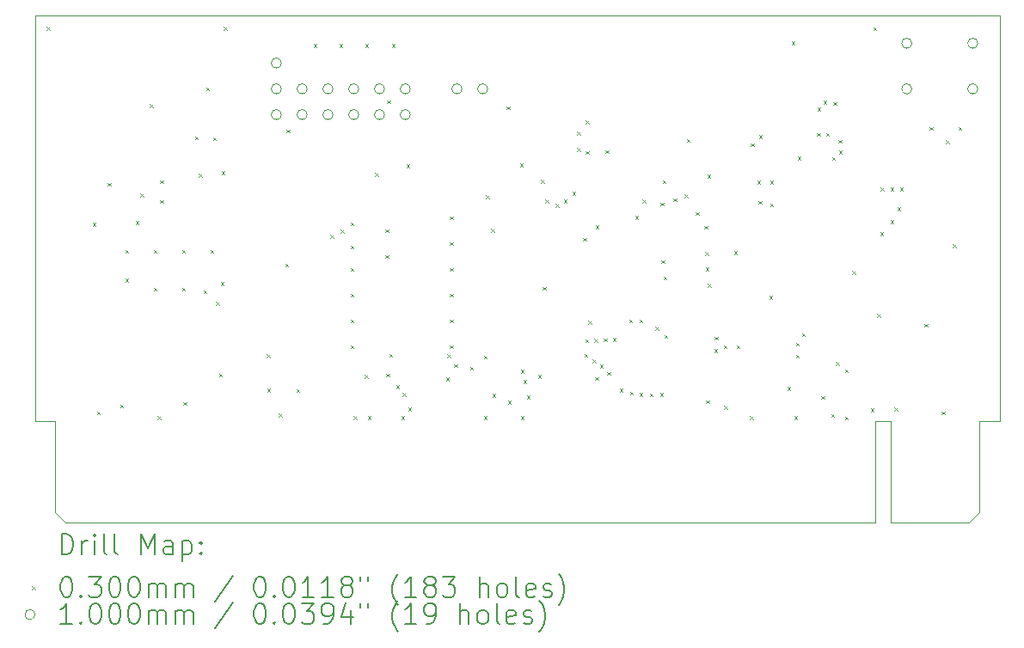
<source format=gbr>
%TF.GenerationSoftware,KiCad,Pcbnew,8.0.5*%
%TF.CreationDate,2024-11-25T10:29:44+11:00*%
%TF.ProjectId,Vic20_FlashCart,56696332-305f-4466-9c61-736843617274,rev?*%
%TF.SameCoordinates,Original*%
%TF.FileFunction,Drillmap*%
%TF.FilePolarity,Positive*%
%FSLAX45Y45*%
G04 Gerber Fmt 4.5, Leading zero omitted, Abs format (unit mm)*
G04 Created by KiCad (PCBNEW 8.0.5) date 2024-11-25 10:29:44*
%MOMM*%
%LPD*%
G01*
G04 APERTURE LIST*
%ADD10C,0.050000*%
%ADD11C,0.200000*%
%ADD12C,0.100000*%
G04 APERTURE END LIST*
D10*
X18100000Y-11400000D02*
X18297500Y-11400000D01*
X9000000Y-11400000D02*
X8802500Y-11400000D01*
X8802500Y-7405000D02*
X18297500Y-7405000D01*
X17225000Y-12400000D02*
X18000000Y-12400000D01*
X18100000Y-12300000D02*
X18000000Y-12400000D01*
X17075000Y-11400000D02*
X17075000Y-12400000D01*
X8802500Y-7405000D02*
X8802500Y-11400000D01*
X9000000Y-12300000D02*
X9000000Y-11400000D01*
X17225000Y-11400000D02*
X17075000Y-11400000D01*
X17075000Y-12400000D02*
X9100000Y-12400000D01*
X18297500Y-11400000D02*
X18297500Y-7405000D01*
X18100000Y-11400000D02*
X18100000Y-12300000D01*
X9100000Y-12400000D02*
X9000000Y-12300000D01*
X17225000Y-12400000D02*
X17225000Y-11400000D01*
D11*
D12*
X8913100Y-7516100D02*
X8943100Y-7546100D01*
X8943100Y-7516100D02*
X8913100Y-7546100D01*
X9367760Y-9449040D02*
X9397760Y-9479040D01*
X9397760Y-9449040D02*
X9367760Y-9479040D01*
X9410800Y-11305780D02*
X9440800Y-11335780D01*
X9440800Y-11305780D02*
X9410800Y-11335780D01*
X9515080Y-9052800D02*
X9545080Y-9082800D01*
X9545080Y-9052800D02*
X9515080Y-9082800D01*
X9637000Y-11237200D02*
X9667000Y-11267200D01*
X9667000Y-11237200D02*
X9637000Y-11267200D01*
X9687800Y-9713200D02*
X9717800Y-9743200D01*
X9717800Y-9713200D02*
X9687800Y-9743200D01*
X9687800Y-9999400D02*
X9717800Y-10029400D01*
X9717800Y-9999400D02*
X9687800Y-10029400D01*
X9791940Y-9428720D02*
X9821940Y-9458720D01*
X9821940Y-9428720D02*
X9791940Y-9458720D01*
X9834875Y-9160980D02*
X9864875Y-9190980D01*
X9864875Y-9160980D02*
X9834875Y-9190980D01*
X9931640Y-8280640D02*
X9961640Y-8310640D01*
X9961640Y-8280640D02*
X9931640Y-8310640D01*
X9967200Y-9713200D02*
X9997200Y-9743200D01*
X9997200Y-9713200D02*
X9967200Y-9743200D01*
X9967200Y-10085500D02*
X9997200Y-10115500D01*
X9997200Y-10085500D02*
X9967200Y-10115500D01*
X10005300Y-11351500D02*
X10035300Y-11381500D01*
X10035300Y-11351500D02*
X10005300Y-11381500D01*
X10030700Y-9026400D02*
X10060700Y-9056400D01*
X10060700Y-9026400D02*
X10030700Y-9056400D01*
X10030700Y-9221900D02*
X10060700Y-9251900D01*
X10060700Y-9221900D02*
X10030700Y-9251900D01*
X10246600Y-9713200D02*
X10276600Y-9743200D01*
X10276600Y-9713200D02*
X10246600Y-9743200D01*
X10246600Y-10085500D02*
X10276600Y-10115500D01*
X10276600Y-10085500D02*
X10246600Y-10115500D01*
X10259300Y-11211800D02*
X10289300Y-11241800D01*
X10289300Y-11211800D02*
X10259300Y-11241800D01*
X10373600Y-8595600D02*
X10403600Y-8625600D01*
X10403600Y-8595600D02*
X10373600Y-8625600D01*
X10411700Y-8966400D02*
X10441700Y-8996400D01*
X10441700Y-8966400D02*
X10411700Y-8996400D01*
X10459220Y-10110180D02*
X10489220Y-10140180D01*
X10489220Y-10110180D02*
X10459220Y-10140180D01*
X10485360Y-8113000D02*
X10515360Y-8143000D01*
X10515360Y-8113000D02*
X10485360Y-8143000D01*
X10526000Y-9713200D02*
X10556000Y-9743200D01*
X10556000Y-9713200D02*
X10526000Y-9743200D01*
X10551400Y-8603220D02*
X10581400Y-8633220D01*
X10581400Y-8603220D02*
X10551400Y-8633220D01*
X10581880Y-10226280D02*
X10611880Y-10256280D01*
X10611880Y-10226280D02*
X10581880Y-10256280D01*
X10612360Y-10932400D02*
X10642360Y-10962400D01*
X10642360Y-10932400D02*
X10612360Y-10962400D01*
X10627600Y-10030700D02*
X10657600Y-10060700D01*
X10657600Y-10030700D02*
X10627600Y-10060700D01*
X10637760Y-8941040D02*
X10667760Y-8971040D01*
X10667760Y-8941040D02*
X10637760Y-8971040D01*
X10658080Y-7518640D02*
X10688080Y-7548640D01*
X10688080Y-7518640D02*
X10658080Y-7548640D01*
X11079200Y-10744440D02*
X11109200Y-10774440D01*
X11109200Y-10744440D02*
X11079200Y-10774440D01*
X11084800Y-11082260D02*
X11114800Y-11112260D01*
X11114800Y-11082260D02*
X11084800Y-11112260D01*
X11201640Y-11326100D02*
X11231640Y-11356100D01*
X11231640Y-11326100D02*
X11201640Y-11356100D01*
X11262600Y-9849840D02*
X11292600Y-9879840D01*
X11292600Y-9849840D02*
X11262600Y-9879840D01*
X11275300Y-8529560D02*
X11305300Y-8559560D01*
X11305300Y-8529560D02*
X11275300Y-8559560D01*
X11374360Y-11084800D02*
X11404360Y-11114800D01*
X11404360Y-11084800D02*
X11374360Y-11114800D01*
X11541674Y-7687600D02*
X11571674Y-7717600D01*
X11571674Y-7687600D02*
X11541674Y-7717600D01*
X11707100Y-9566960D02*
X11737100Y-9596960D01*
X11737100Y-9566960D02*
X11707100Y-9596960D01*
X11795674Y-7687600D02*
X11825674Y-7717600D01*
X11825674Y-7687600D02*
X11795674Y-7717600D01*
X11807960Y-9514340D02*
X11837960Y-9544340D01*
X11837960Y-9514340D02*
X11807960Y-9544340D01*
X11906490Y-9441420D02*
X11936490Y-9471420D01*
X11936490Y-9441420D02*
X11906490Y-9471420D01*
X11906490Y-9892270D02*
X11936490Y-9922270D01*
X11936490Y-9892270D02*
X11906490Y-9922270D01*
X11906490Y-10146270D02*
X11936490Y-10176270D01*
X11936490Y-10146270D02*
X11906490Y-10176270D01*
X11906490Y-10400270D02*
X11936490Y-10430270D01*
X11936490Y-10400270D02*
X11906490Y-10430270D01*
X11906490Y-10654270D02*
X11936490Y-10684270D01*
X11936490Y-10654270D02*
X11906490Y-10684270D01*
X11907960Y-9672360D02*
X11937960Y-9702360D01*
X11937960Y-9672360D02*
X11907960Y-9702360D01*
X11935700Y-11351500D02*
X11965700Y-11381500D01*
X11965700Y-11351500D02*
X11935700Y-11381500D01*
X12046000Y-10945100D02*
X12076000Y-10975100D01*
X12076000Y-10945100D02*
X12046000Y-10975100D01*
X12049674Y-7687600D02*
X12079674Y-7717600D01*
X12079674Y-7687600D02*
X12049674Y-7717600D01*
X12075400Y-11351500D02*
X12105400Y-11381500D01*
X12105400Y-11351500D02*
X12075400Y-11381500D01*
X12149060Y-8956280D02*
X12179060Y-8986280D01*
X12179060Y-8956280D02*
X12149060Y-8986280D01*
X12249390Y-9511270D02*
X12279390Y-9541270D01*
X12279390Y-9511270D02*
X12249390Y-9541270D01*
X12249390Y-9765270D02*
X12279390Y-9795270D01*
X12279390Y-9765270D02*
X12249390Y-9795270D01*
X12258205Y-10931415D02*
X12288205Y-10961415D01*
X12288205Y-10931415D02*
X12258205Y-10961415D01*
X12265900Y-8240000D02*
X12295900Y-8270000D01*
X12295900Y-8240000D02*
X12265900Y-8270000D01*
X12287490Y-10736820D02*
X12317490Y-10766820D01*
X12317490Y-10736820D02*
X12287490Y-10766820D01*
X12313834Y-7685628D02*
X12343834Y-7715628D01*
X12343834Y-7685628D02*
X12313834Y-7715628D01*
X12354800Y-11046700D02*
X12384800Y-11076700D01*
X12384800Y-11046700D02*
X12354800Y-11076700D01*
X12405600Y-11351500D02*
X12435600Y-11381500D01*
X12435600Y-11351500D02*
X12405600Y-11381500D01*
X12420840Y-11122900D02*
X12450840Y-11152900D01*
X12450840Y-11122900D02*
X12420840Y-11152900D01*
X12458940Y-8872460D02*
X12488940Y-8902460D01*
X12488940Y-8872460D02*
X12458940Y-8902460D01*
X12474180Y-11267680D02*
X12504180Y-11297680D01*
X12504180Y-11267680D02*
X12474180Y-11297680D01*
X12848620Y-10971980D02*
X12878620Y-11001980D01*
X12878620Y-10971980D02*
X12848620Y-11001980D01*
X12857720Y-10741900D02*
X12887720Y-10771900D01*
X12887720Y-10741900D02*
X12857720Y-10771900D01*
X12884390Y-9384270D02*
X12914390Y-9414270D01*
X12914390Y-9384270D02*
X12884390Y-9414270D01*
X12884390Y-9638270D02*
X12914390Y-9668270D01*
X12914390Y-9638270D02*
X12884390Y-9668270D01*
X12884390Y-9892270D02*
X12914390Y-9922270D01*
X12914390Y-9892270D02*
X12884390Y-9922270D01*
X12884390Y-10146270D02*
X12914390Y-10176270D01*
X12914390Y-10146270D02*
X12884390Y-10176270D01*
X12884390Y-10400270D02*
X12914390Y-10430270D01*
X12914390Y-10400270D02*
X12884390Y-10430270D01*
X12884390Y-10654270D02*
X12914390Y-10684270D01*
X12914390Y-10654270D02*
X12884390Y-10684270D01*
X12925220Y-10838420D02*
X12955220Y-10868420D01*
X12955220Y-10838420D02*
X12925220Y-10868420D01*
X13083780Y-10866360D02*
X13113780Y-10896360D01*
X13113780Y-10866360D02*
X13083780Y-10896360D01*
X13218400Y-11351500D02*
X13248400Y-11381500D01*
X13248400Y-11351500D02*
X13218400Y-11381500D01*
X13218770Y-10756770D02*
X13248770Y-10786770D01*
X13248770Y-10756770D02*
X13218770Y-10786770D01*
X13241260Y-9177260D02*
X13271260Y-9207260D01*
X13271260Y-9177260D02*
X13241260Y-9207260D01*
X13293330Y-9508730D02*
X13323330Y-9538730D01*
X13323330Y-9508730D02*
X13293330Y-9538730D01*
X13302220Y-11134140D02*
X13332220Y-11164140D01*
X13332220Y-11134140D02*
X13302220Y-11164140D01*
X13443850Y-8299030D02*
X13473850Y-8329030D01*
X13473850Y-8299030D02*
X13443850Y-8329030D01*
X13454620Y-11200180D02*
X13484620Y-11230180D01*
X13484620Y-11200180D02*
X13454620Y-11230180D01*
X13576540Y-8864840D02*
X13606540Y-8894840D01*
X13606540Y-8864840D02*
X13576540Y-8894840D01*
X13584160Y-10896840D02*
X13614160Y-10926840D01*
X13614160Y-10896840D02*
X13584160Y-10926840D01*
X13584160Y-11351500D02*
X13614160Y-11381500D01*
X13614160Y-11351500D02*
X13584160Y-11381500D01*
X13609560Y-10995900D02*
X13639560Y-11025900D01*
X13639560Y-10995900D02*
X13609560Y-11025900D01*
X13642580Y-11150840D02*
X13672580Y-11180840D01*
X13672580Y-11150840D02*
X13642580Y-11180840D01*
X13754340Y-10947640D02*
X13784340Y-10977640D01*
X13784340Y-10947640D02*
X13754340Y-10977640D01*
X13782280Y-9022320D02*
X13812280Y-9052320D01*
X13812280Y-9022320D02*
X13782280Y-9052320D01*
X13800060Y-10078960D02*
X13830060Y-10108960D01*
X13830060Y-10078960D02*
X13800060Y-10108960D01*
X13825598Y-9220440D02*
X13855598Y-9250440D01*
X13855598Y-9220440D02*
X13825598Y-9250440D01*
X13926758Y-9262160D02*
X13956758Y-9292160D01*
X13956758Y-9262160D02*
X13926758Y-9292160D01*
X14006626Y-9220675D02*
X14036626Y-9250675D01*
X14036626Y-9220675D02*
X14006626Y-9250675D01*
X14091368Y-9141170D02*
X14121368Y-9171170D01*
X14121368Y-9141170D02*
X14091368Y-9171170D01*
X14138320Y-8550180D02*
X14168320Y-8580180D01*
X14168320Y-8550180D02*
X14138320Y-8580180D01*
X14138320Y-8710300D02*
X14168320Y-8740300D01*
X14168320Y-8710300D02*
X14138320Y-8740300D01*
X14198840Y-9595980D02*
X14228840Y-9625980D01*
X14228840Y-9595980D02*
X14198840Y-9625980D01*
X14209000Y-10739360D02*
X14239000Y-10769360D01*
X14239000Y-10739360D02*
X14209000Y-10769360D01*
X14218584Y-10592774D02*
X14248584Y-10622774D01*
X14248584Y-10592774D02*
X14218584Y-10622774D01*
X14222440Y-8439644D02*
X14252440Y-8469644D01*
X14252440Y-8439644D02*
X14222440Y-8469644D01*
X14223409Y-8739625D02*
X14253409Y-8769625D01*
X14253409Y-8739625D02*
X14223409Y-8769625D01*
X14245968Y-10410540D02*
X14275968Y-10440540D01*
X14275968Y-10410540D02*
X14245968Y-10440540D01*
X14292220Y-10791806D02*
X14322220Y-10821806D01*
X14322220Y-10791806D02*
X14292220Y-10821806D01*
X14308688Y-10592380D02*
X14338688Y-10622380D01*
X14338688Y-10592380D02*
X14308688Y-10622380D01*
X14315680Y-10967960D02*
X14345680Y-10997960D01*
X14345680Y-10967960D02*
X14315680Y-10997960D01*
X14320760Y-9471900D02*
X14350760Y-9501900D01*
X14350760Y-9471900D02*
X14320760Y-9501900D01*
X14364044Y-10846040D02*
X14394044Y-10876040D01*
X14394044Y-10846040D02*
X14364044Y-10876040D01*
X14398462Y-10585993D02*
X14428462Y-10615993D01*
X14428462Y-10585993D02*
X14398462Y-10615993D01*
X14415180Y-8733060D02*
X14445180Y-8763060D01*
X14445180Y-8733060D02*
X14415180Y-8763060D01*
X14433928Y-10914620D02*
X14463928Y-10944620D01*
X14463928Y-10914620D02*
X14433928Y-10944620D01*
X14489808Y-10581880D02*
X14519808Y-10611880D01*
X14519808Y-10581880D02*
X14489808Y-10611880D01*
X14556980Y-11083340D02*
X14586980Y-11113340D01*
X14586980Y-11083340D02*
X14556980Y-11113340D01*
X14650960Y-10401540D02*
X14680960Y-10431540D01*
X14680960Y-10401540D02*
X14650960Y-10431540D01*
X14658580Y-11112740D02*
X14688580Y-11142740D01*
X14688580Y-11112740D02*
X14658580Y-11142740D01*
X14709475Y-9380365D02*
X14739475Y-9410365D01*
X14739475Y-9380365D02*
X14709475Y-9410365D01*
X14750020Y-11125440D02*
X14780020Y-11155440D01*
X14780020Y-11125440D02*
X14750020Y-11155440D01*
X14752560Y-10399000D02*
X14782560Y-10429000D01*
X14782560Y-10399000D02*
X14752560Y-10429000D01*
X14783040Y-9220440D02*
X14813040Y-9250440D01*
X14813040Y-9220440D02*
X14783040Y-9250440D01*
X14854160Y-11127980D02*
X14884160Y-11157980D01*
X14884160Y-11127980D02*
X14854160Y-11157980D01*
X14906420Y-10470120D02*
X14936420Y-10500120D01*
X14936420Y-10470120D02*
X14906420Y-10500120D01*
X14953680Y-11122900D02*
X14983680Y-11152900D01*
X14983680Y-11122900D02*
X14953680Y-11152900D01*
X14958880Y-9247800D02*
X14988880Y-9277800D01*
X14988880Y-9247800D02*
X14958880Y-9277800D01*
X14965920Y-9814800D02*
X14995920Y-9844800D01*
X14995920Y-9814800D02*
X14965920Y-9844800D01*
X14981160Y-9027400D02*
X15011160Y-9057400D01*
X15011160Y-9027400D02*
X14981160Y-9057400D01*
X14988780Y-9974820D02*
X15018780Y-10004820D01*
X15018780Y-9974820D02*
X14988780Y-10004820D01*
X14996400Y-10551400D02*
X15026400Y-10581400D01*
X15026400Y-10551400D02*
X14996400Y-10581400D01*
X15085300Y-9204120D02*
X15115300Y-9234120D01*
X15115300Y-9204120D02*
X15085300Y-9234120D01*
X15197060Y-9166020D02*
X15227060Y-9196020D01*
X15227060Y-9166020D02*
X15197060Y-9196020D01*
X15217380Y-8623540D02*
X15247380Y-8653540D01*
X15247380Y-8623540D02*
X15217380Y-8653540D01*
X15305200Y-9341520D02*
X15335200Y-9371520D01*
X15335200Y-9341520D02*
X15305200Y-9371520D01*
X15390100Y-9476520D02*
X15420100Y-9506520D01*
X15420100Y-9476520D02*
X15390100Y-9506520D01*
X15397720Y-9733520D02*
X15427720Y-9763520D01*
X15427720Y-9733520D02*
X15397720Y-9763520D01*
X15402800Y-9888460D02*
X15432800Y-9918460D01*
X15432800Y-9888460D02*
X15402800Y-9918460D01*
X15407880Y-11194020D02*
X15437880Y-11224020D01*
X15437880Y-11194020D02*
X15407880Y-11224020D01*
X15420580Y-8974060D02*
X15450580Y-9004060D01*
X15450580Y-8974060D02*
X15420580Y-9004060D01*
X15426930Y-10049750D02*
X15456930Y-10079750D01*
X15456930Y-10049750D02*
X15426930Y-10079750D01*
X15489970Y-10692830D02*
X15519970Y-10722830D01*
X15519970Y-10692830D02*
X15489970Y-10722830D01*
X15494219Y-10568140D02*
X15524219Y-10598140D01*
X15524219Y-10568140D02*
X15494219Y-10598140D01*
X15582520Y-10652380D02*
X15612520Y-10682380D01*
X15612520Y-10652380D02*
X15582520Y-10682380D01*
X15584410Y-11251170D02*
X15614410Y-11281170D01*
X15614410Y-11251170D02*
X15584410Y-11281170D01*
X15684740Y-9725900D02*
X15714740Y-9755900D01*
X15714740Y-9725900D02*
X15684740Y-9755900D01*
X15707600Y-10652380D02*
X15737600Y-10682380D01*
X15737600Y-10652380D02*
X15707600Y-10682380D01*
X15838825Y-11352790D02*
X15868825Y-11382790D01*
X15868825Y-11352790D02*
X15838825Y-11382790D01*
X15847300Y-8663020D02*
X15877300Y-8693020D01*
X15877300Y-8663020D02*
X15847300Y-8693020D01*
X15910262Y-9032894D02*
X15940262Y-9062894D01*
X15940262Y-9032894D02*
X15910262Y-9062894D01*
X15923500Y-9230520D02*
X15953500Y-9260520D01*
X15953500Y-9230520D02*
X15923500Y-9260520D01*
X15928580Y-8581740D02*
X15958580Y-8611740D01*
X15958580Y-8581740D02*
X15928580Y-8611740D01*
X16030180Y-10166700D02*
X16060180Y-10196700D01*
X16060180Y-10166700D02*
X16030180Y-10196700D01*
X16037262Y-9032894D02*
X16067262Y-9062894D01*
X16067262Y-9032894D02*
X16037262Y-9062894D01*
X16037800Y-9257894D02*
X16067800Y-9287894D01*
X16067800Y-9257894D02*
X16037800Y-9287894D01*
X16207876Y-11065155D02*
X16237876Y-11095155D01*
X16237876Y-11065155D02*
X16207876Y-11095155D01*
X16251160Y-7660880D02*
X16281160Y-7690880D01*
X16281160Y-7660880D02*
X16251160Y-7690880D01*
X16276560Y-11354247D02*
X16306560Y-11384247D01*
X16306560Y-11354247D02*
X16276560Y-11384247D01*
X16292540Y-10748780D02*
X16322540Y-10778780D01*
X16322540Y-10748780D02*
X16292540Y-10778780D01*
X16294340Y-10630140D02*
X16324340Y-10660140D01*
X16324340Y-10630140D02*
X16294340Y-10660140D01*
X16308300Y-8795100D02*
X16338300Y-8825100D01*
X16338300Y-8795100D02*
X16308300Y-8825100D01*
X16350220Y-10536160D02*
X16380220Y-10566160D01*
X16380220Y-10536160D02*
X16350220Y-10566160D01*
X16500080Y-8561120D02*
X16530080Y-8591120D01*
X16530080Y-8561120D02*
X16500080Y-8591120D01*
X16505160Y-8313660D02*
X16535160Y-8343660D01*
X16535160Y-8313660D02*
X16505160Y-8343660D01*
X16540720Y-11152300D02*
X16570720Y-11182300D01*
X16570720Y-11152300D02*
X16540720Y-11182300D01*
X16562011Y-8243889D02*
X16592011Y-8273889D01*
X16592011Y-8243889D02*
X16562011Y-8273889D01*
X16590080Y-8561120D02*
X16620080Y-8591120D01*
X16620080Y-8561120D02*
X16590080Y-8591120D01*
X16641692Y-11330100D02*
X16671692Y-11360100D01*
X16671692Y-11330100D02*
X16641692Y-11360100D01*
X16647400Y-8801340D02*
X16677400Y-8831340D01*
X16677400Y-8801340D02*
X16647400Y-8831340D01*
X16660100Y-8256320D02*
X16690100Y-8286320D01*
X16690100Y-8256320D02*
X16660100Y-8286320D01*
X16688040Y-10818100D02*
X16718040Y-10848100D01*
X16718040Y-10818100D02*
X16688040Y-10848100D01*
X16710900Y-8631160D02*
X16740900Y-8661160D01*
X16740900Y-8631160D02*
X16710900Y-8661160D01*
X16714964Y-8736380D02*
X16744964Y-8766380D01*
X16744964Y-8736380D02*
X16714964Y-8766380D01*
X16774400Y-10891760D02*
X16804400Y-10921760D01*
X16804400Y-10891760D02*
X16774400Y-10921760D01*
X16776940Y-11356580D02*
X16806940Y-11386580D01*
X16806940Y-11356580D02*
X16776940Y-11386580D01*
X16847914Y-9922714D02*
X16877914Y-9952714D01*
X16877914Y-9922714D02*
X16847914Y-9952714D01*
X17030940Y-11275300D02*
X17060940Y-11305300D01*
X17060940Y-11275300D02*
X17030940Y-11305300D01*
X17053800Y-7521180D02*
X17083800Y-7551180D01*
X17083800Y-7521180D02*
X17053800Y-7551180D01*
X17092460Y-10344500D02*
X17122460Y-10374500D01*
X17122460Y-10344500D02*
X17092460Y-10374500D01*
X17122380Y-9542149D02*
X17152380Y-9572149D01*
X17152380Y-9542149D02*
X17122380Y-9572149D01*
X17127460Y-9099900D02*
X17157460Y-9129900D01*
X17157460Y-9099900D02*
X17127460Y-9129900D01*
X17223980Y-9099900D02*
X17253980Y-9129900D01*
X17253980Y-9099900D02*
X17223980Y-9129900D01*
X17223980Y-9420020D02*
X17253980Y-9450020D01*
X17253980Y-9420020D02*
X17223980Y-9450020D01*
X17263300Y-11267680D02*
X17293300Y-11297680D01*
X17293300Y-11267680D02*
X17263300Y-11297680D01*
X17291480Y-9293020D02*
X17321480Y-9323020D01*
X17321480Y-9293020D02*
X17291480Y-9323020D01*
X17316707Y-9099900D02*
X17346707Y-9129900D01*
X17346707Y-9099900D02*
X17316707Y-9129900D01*
X17556555Y-10441122D02*
X17586555Y-10471122D01*
X17586555Y-10441122D02*
X17556555Y-10471122D01*
X17607520Y-8504160D02*
X17637520Y-8534160D01*
X17637520Y-8504160D02*
X17607520Y-8534160D01*
X17726800Y-11305780D02*
X17756800Y-11335780D01*
X17756800Y-11305780D02*
X17726800Y-11335780D01*
X17770080Y-8632540D02*
X17800080Y-8662540D01*
X17800080Y-8632540D02*
X17770080Y-8662540D01*
X17838660Y-9657320D02*
X17868660Y-9687320D01*
X17868660Y-9657320D02*
X17838660Y-9687320D01*
X17892000Y-8504160D02*
X17922000Y-8534160D01*
X17922000Y-8504160D02*
X17892000Y-8534160D01*
X11226000Y-7874000D02*
G75*
G02*
X11126000Y-7874000I-50000J0D01*
G01*
X11126000Y-7874000D02*
G75*
G02*
X11226000Y-7874000I50000J0D01*
G01*
X11226000Y-8128000D02*
G75*
G02*
X11126000Y-8128000I-50000J0D01*
G01*
X11126000Y-8128000D02*
G75*
G02*
X11226000Y-8128000I50000J0D01*
G01*
X11226000Y-8382000D02*
G75*
G02*
X11126000Y-8382000I-50000J0D01*
G01*
X11126000Y-8382000D02*
G75*
G02*
X11226000Y-8382000I50000J0D01*
G01*
X11480000Y-8128000D02*
G75*
G02*
X11380000Y-8128000I-50000J0D01*
G01*
X11380000Y-8128000D02*
G75*
G02*
X11480000Y-8128000I50000J0D01*
G01*
X11480000Y-8382000D02*
G75*
G02*
X11380000Y-8382000I-50000J0D01*
G01*
X11380000Y-8382000D02*
G75*
G02*
X11480000Y-8382000I50000J0D01*
G01*
X11734000Y-8128000D02*
G75*
G02*
X11634000Y-8128000I-50000J0D01*
G01*
X11634000Y-8128000D02*
G75*
G02*
X11734000Y-8128000I50000J0D01*
G01*
X11734000Y-8382000D02*
G75*
G02*
X11634000Y-8382000I-50000J0D01*
G01*
X11634000Y-8382000D02*
G75*
G02*
X11734000Y-8382000I50000J0D01*
G01*
X11988000Y-8128000D02*
G75*
G02*
X11888000Y-8128000I-50000J0D01*
G01*
X11888000Y-8128000D02*
G75*
G02*
X11988000Y-8128000I50000J0D01*
G01*
X11988000Y-8382000D02*
G75*
G02*
X11888000Y-8382000I-50000J0D01*
G01*
X11888000Y-8382000D02*
G75*
G02*
X11988000Y-8382000I50000J0D01*
G01*
X12242000Y-8128000D02*
G75*
G02*
X12142000Y-8128000I-50000J0D01*
G01*
X12142000Y-8128000D02*
G75*
G02*
X12242000Y-8128000I50000J0D01*
G01*
X12242000Y-8382000D02*
G75*
G02*
X12142000Y-8382000I-50000J0D01*
G01*
X12142000Y-8382000D02*
G75*
G02*
X12242000Y-8382000I50000J0D01*
G01*
X12496000Y-8128000D02*
G75*
G02*
X12396000Y-8128000I-50000J0D01*
G01*
X12396000Y-8128000D02*
G75*
G02*
X12496000Y-8128000I50000J0D01*
G01*
X12496000Y-8382000D02*
G75*
G02*
X12396000Y-8382000I-50000J0D01*
G01*
X12396000Y-8382000D02*
G75*
G02*
X12496000Y-8382000I50000J0D01*
G01*
X13004000Y-8128000D02*
G75*
G02*
X12904000Y-8128000I-50000J0D01*
G01*
X12904000Y-8128000D02*
G75*
G02*
X13004000Y-8128000I50000J0D01*
G01*
X13258000Y-8128000D02*
G75*
G02*
X13158000Y-8128000I-50000J0D01*
G01*
X13158000Y-8128000D02*
G75*
G02*
X13258000Y-8128000I50000J0D01*
G01*
X17434000Y-7678000D02*
G75*
G02*
X17334000Y-7678000I-50000J0D01*
G01*
X17334000Y-7678000D02*
G75*
G02*
X17434000Y-7678000I50000J0D01*
G01*
X17434000Y-8128000D02*
G75*
G02*
X17334000Y-8128000I-50000J0D01*
G01*
X17334000Y-8128000D02*
G75*
G02*
X17434000Y-8128000I50000J0D01*
G01*
X18084000Y-7678000D02*
G75*
G02*
X17984000Y-7678000I-50000J0D01*
G01*
X17984000Y-7678000D02*
G75*
G02*
X18084000Y-7678000I50000J0D01*
G01*
X18084000Y-8128000D02*
G75*
G02*
X17984000Y-8128000I-50000J0D01*
G01*
X17984000Y-8128000D02*
G75*
G02*
X18084000Y-8128000I50000J0D01*
G01*
D11*
X9060777Y-12713984D02*
X9060777Y-12513984D01*
X9060777Y-12513984D02*
X9108396Y-12513984D01*
X9108396Y-12513984D02*
X9136967Y-12523508D01*
X9136967Y-12523508D02*
X9156015Y-12542555D01*
X9156015Y-12542555D02*
X9165539Y-12561603D01*
X9165539Y-12561603D02*
X9175063Y-12599698D01*
X9175063Y-12599698D02*
X9175063Y-12628269D01*
X9175063Y-12628269D02*
X9165539Y-12666365D01*
X9165539Y-12666365D02*
X9156015Y-12685412D01*
X9156015Y-12685412D02*
X9136967Y-12704460D01*
X9136967Y-12704460D02*
X9108396Y-12713984D01*
X9108396Y-12713984D02*
X9060777Y-12713984D01*
X9260777Y-12713984D02*
X9260777Y-12580650D01*
X9260777Y-12618746D02*
X9270301Y-12599698D01*
X9270301Y-12599698D02*
X9279824Y-12590174D01*
X9279824Y-12590174D02*
X9298872Y-12580650D01*
X9298872Y-12580650D02*
X9317920Y-12580650D01*
X9384586Y-12713984D02*
X9384586Y-12580650D01*
X9384586Y-12513984D02*
X9375063Y-12523508D01*
X9375063Y-12523508D02*
X9384586Y-12533031D01*
X9384586Y-12533031D02*
X9394110Y-12523508D01*
X9394110Y-12523508D02*
X9384586Y-12513984D01*
X9384586Y-12513984D02*
X9384586Y-12533031D01*
X9508396Y-12713984D02*
X9489348Y-12704460D01*
X9489348Y-12704460D02*
X9479824Y-12685412D01*
X9479824Y-12685412D02*
X9479824Y-12513984D01*
X9613158Y-12713984D02*
X9594110Y-12704460D01*
X9594110Y-12704460D02*
X9584586Y-12685412D01*
X9584586Y-12685412D02*
X9584586Y-12513984D01*
X9841729Y-12713984D02*
X9841729Y-12513984D01*
X9841729Y-12513984D02*
X9908396Y-12656841D01*
X9908396Y-12656841D02*
X9975063Y-12513984D01*
X9975063Y-12513984D02*
X9975063Y-12713984D01*
X10156015Y-12713984D02*
X10156015Y-12609222D01*
X10156015Y-12609222D02*
X10146491Y-12590174D01*
X10146491Y-12590174D02*
X10127444Y-12580650D01*
X10127444Y-12580650D02*
X10089348Y-12580650D01*
X10089348Y-12580650D02*
X10070301Y-12590174D01*
X10156015Y-12704460D02*
X10136967Y-12713984D01*
X10136967Y-12713984D02*
X10089348Y-12713984D01*
X10089348Y-12713984D02*
X10070301Y-12704460D01*
X10070301Y-12704460D02*
X10060777Y-12685412D01*
X10060777Y-12685412D02*
X10060777Y-12666365D01*
X10060777Y-12666365D02*
X10070301Y-12647317D01*
X10070301Y-12647317D02*
X10089348Y-12637793D01*
X10089348Y-12637793D02*
X10136967Y-12637793D01*
X10136967Y-12637793D02*
X10156015Y-12628269D01*
X10251253Y-12580650D02*
X10251253Y-12780650D01*
X10251253Y-12590174D02*
X10270301Y-12580650D01*
X10270301Y-12580650D02*
X10308396Y-12580650D01*
X10308396Y-12580650D02*
X10327444Y-12590174D01*
X10327444Y-12590174D02*
X10336967Y-12599698D01*
X10336967Y-12599698D02*
X10346491Y-12618746D01*
X10346491Y-12618746D02*
X10346491Y-12675888D01*
X10346491Y-12675888D02*
X10336967Y-12694936D01*
X10336967Y-12694936D02*
X10327444Y-12704460D01*
X10327444Y-12704460D02*
X10308396Y-12713984D01*
X10308396Y-12713984D02*
X10270301Y-12713984D01*
X10270301Y-12713984D02*
X10251253Y-12704460D01*
X10432205Y-12694936D02*
X10441729Y-12704460D01*
X10441729Y-12704460D02*
X10432205Y-12713984D01*
X10432205Y-12713984D02*
X10422682Y-12704460D01*
X10422682Y-12704460D02*
X10432205Y-12694936D01*
X10432205Y-12694936D02*
X10432205Y-12713984D01*
X10432205Y-12590174D02*
X10441729Y-12599698D01*
X10441729Y-12599698D02*
X10432205Y-12609222D01*
X10432205Y-12609222D02*
X10422682Y-12599698D01*
X10422682Y-12599698D02*
X10432205Y-12590174D01*
X10432205Y-12590174D02*
X10432205Y-12609222D01*
D12*
X8770000Y-13027500D02*
X8800000Y-13057500D01*
X8800000Y-13027500D02*
X8770000Y-13057500D01*
D11*
X9098872Y-12933984D02*
X9117920Y-12933984D01*
X9117920Y-12933984D02*
X9136967Y-12943508D01*
X9136967Y-12943508D02*
X9146491Y-12953031D01*
X9146491Y-12953031D02*
X9156015Y-12972079D01*
X9156015Y-12972079D02*
X9165539Y-13010174D01*
X9165539Y-13010174D02*
X9165539Y-13057793D01*
X9165539Y-13057793D02*
X9156015Y-13095888D01*
X9156015Y-13095888D02*
X9146491Y-13114936D01*
X9146491Y-13114936D02*
X9136967Y-13124460D01*
X9136967Y-13124460D02*
X9117920Y-13133984D01*
X9117920Y-13133984D02*
X9098872Y-13133984D01*
X9098872Y-13133984D02*
X9079824Y-13124460D01*
X9079824Y-13124460D02*
X9070301Y-13114936D01*
X9070301Y-13114936D02*
X9060777Y-13095888D01*
X9060777Y-13095888D02*
X9051253Y-13057793D01*
X9051253Y-13057793D02*
X9051253Y-13010174D01*
X9051253Y-13010174D02*
X9060777Y-12972079D01*
X9060777Y-12972079D02*
X9070301Y-12953031D01*
X9070301Y-12953031D02*
X9079824Y-12943508D01*
X9079824Y-12943508D02*
X9098872Y-12933984D01*
X9251253Y-13114936D02*
X9260777Y-13124460D01*
X9260777Y-13124460D02*
X9251253Y-13133984D01*
X9251253Y-13133984D02*
X9241729Y-13124460D01*
X9241729Y-13124460D02*
X9251253Y-13114936D01*
X9251253Y-13114936D02*
X9251253Y-13133984D01*
X9327444Y-12933984D02*
X9451253Y-12933984D01*
X9451253Y-12933984D02*
X9384586Y-13010174D01*
X9384586Y-13010174D02*
X9413158Y-13010174D01*
X9413158Y-13010174D02*
X9432205Y-13019698D01*
X9432205Y-13019698D02*
X9441729Y-13029222D01*
X9441729Y-13029222D02*
X9451253Y-13048269D01*
X9451253Y-13048269D02*
X9451253Y-13095888D01*
X9451253Y-13095888D02*
X9441729Y-13114936D01*
X9441729Y-13114936D02*
X9432205Y-13124460D01*
X9432205Y-13124460D02*
X9413158Y-13133984D01*
X9413158Y-13133984D02*
X9356015Y-13133984D01*
X9356015Y-13133984D02*
X9336967Y-13124460D01*
X9336967Y-13124460D02*
X9327444Y-13114936D01*
X9575063Y-12933984D02*
X9594110Y-12933984D01*
X9594110Y-12933984D02*
X9613158Y-12943508D01*
X9613158Y-12943508D02*
X9622682Y-12953031D01*
X9622682Y-12953031D02*
X9632205Y-12972079D01*
X9632205Y-12972079D02*
X9641729Y-13010174D01*
X9641729Y-13010174D02*
X9641729Y-13057793D01*
X9641729Y-13057793D02*
X9632205Y-13095888D01*
X9632205Y-13095888D02*
X9622682Y-13114936D01*
X9622682Y-13114936D02*
X9613158Y-13124460D01*
X9613158Y-13124460D02*
X9594110Y-13133984D01*
X9594110Y-13133984D02*
X9575063Y-13133984D01*
X9575063Y-13133984D02*
X9556015Y-13124460D01*
X9556015Y-13124460D02*
X9546491Y-13114936D01*
X9546491Y-13114936D02*
X9536967Y-13095888D01*
X9536967Y-13095888D02*
X9527444Y-13057793D01*
X9527444Y-13057793D02*
X9527444Y-13010174D01*
X9527444Y-13010174D02*
X9536967Y-12972079D01*
X9536967Y-12972079D02*
X9546491Y-12953031D01*
X9546491Y-12953031D02*
X9556015Y-12943508D01*
X9556015Y-12943508D02*
X9575063Y-12933984D01*
X9765539Y-12933984D02*
X9784586Y-12933984D01*
X9784586Y-12933984D02*
X9803634Y-12943508D01*
X9803634Y-12943508D02*
X9813158Y-12953031D01*
X9813158Y-12953031D02*
X9822682Y-12972079D01*
X9822682Y-12972079D02*
X9832205Y-13010174D01*
X9832205Y-13010174D02*
X9832205Y-13057793D01*
X9832205Y-13057793D02*
X9822682Y-13095888D01*
X9822682Y-13095888D02*
X9813158Y-13114936D01*
X9813158Y-13114936D02*
X9803634Y-13124460D01*
X9803634Y-13124460D02*
X9784586Y-13133984D01*
X9784586Y-13133984D02*
X9765539Y-13133984D01*
X9765539Y-13133984D02*
X9746491Y-13124460D01*
X9746491Y-13124460D02*
X9736967Y-13114936D01*
X9736967Y-13114936D02*
X9727444Y-13095888D01*
X9727444Y-13095888D02*
X9717920Y-13057793D01*
X9717920Y-13057793D02*
X9717920Y-13010174D01*
X9717920Y-13010174D02*
X9727444Y-12972079D01*
X9727444Y-12972079D02*
X9736967Y-12953031D01*
X9736967Y-12953031D02*
X9746491Y-12943508D01*
X9746491Y-12943508D02*
X9765539Y-12933984D01*
X9917920Y-13133984D02*
X9917920Y-13000650D01*
X9917920Y-13019698D02*
X9927444Y-13010174D01*
X9927444Y-13010174D02*
X9946491Y-13000650D01*
X9946491Y-13000650D02*
X9975063Y-13000650D01*
X9975063Y-13000650D02*
X9994110Y-13010174D01*
X9994110Y-13010174D02*
X10003634Y-13029222D01*
X10003634Y-13029222D02*
X10003634Y-13133984D01*
X10003634Y-13029222D02*
X10013158Y-13010174D01*
X10013158Y-13010174D02*
X10032205Y-13000650D01*
X10032205Y-13000650D02*
X10060777Y-13000650D01*
X10060777Y-13000650D02*
X10079825Y-13010174D01*
X10079825Y-13010174D02*
X10089348Y-13029222D01*
X10089348Y-13029222D02*
X10089348Y-13133984D01*
X10184586Y-13133984D02*
X10184586Y-13000650D01*
X10184586Y-13019698D02*
X10194110Y-13010174D01*
X10194110Y-13010174D02*
X10213158Y-13000650D01*
X10213158Y-13000650D02*
X10241729Y-13000650D01*
X10241729Y-13000650D02*
X10260777Y-13010174D01*
X10260777Y-13010174D02*
X10270301Y-13029222D01*
X10270301Y-13029222D02*
X10270301Y-13133984D01*
X10270301Y-13029222D02*
X10279825Y-13010174D01*
X10279825Y-13010174D02*
X10298872Y-13000650D01*
X10298872Y-13000650D02*
X10327444Y-13000650D01*
X10327444Y-13000650D02*
X10346491Y-13010174D01*
X10346491Y-13010174D02*
X10356015Y-13029222D01*
X10356015Y-13029222D02*
X10356015Y-13133984D01*
X10746491Y-12924460D02*
X10575063Y-13181603D01*
X11003634Y-12933984D02*
X11022682Y-12933984D01*
X11022682Y-12933984D02*
X11041729Y-12943508D01*
X11041729Y-12943508D02*
X11051253Y-12953031D01*
X11051253Y-12953031D02*
X11060777Y-12972079D01*
X11060777Y-12972079D02*
X11070301Y-13010174D01*
X11070301Y-13010174D02*
X11070301Y-13057793D01*
X11070301Y-13057793D02*
X11060777Y-13095888D01*
X11060777Y-13095888D02*
X11051253Y-13114936D01*
X11051253Y-13114936D02*
X11041729Y-13124460D01*
X11041729Y-13124460D02*
X11022682Y-13133984D01*
X11022682Y-13133984D02*
X11003634Y-13133984D01*
X11003634Y-13133984D02*
X10984587Y-13124460D01*
X10984587Y-13124460D02*
X10975063Y-13114936D01*
X10975063Y-13114936D02*
X10965539Y-13095888D01*
X10965539Y-13095888D02*
X10956015Y-13057793D01*
X10956015Y-13057793D02*
X10956015Y-13010174D01*
X10956015Y-13010174D02*
X10965539Y-12972079D01*
X10965539Y-12972079D02*
X10975063Y-12953031D01*
X10975063Y-12953031D02*
X10984587Y-12943508D01*
X10984587Y-12943508D02*
X11003634Y-12933984D01*
X11156015Y-13114936D02*
X11165539Y-13124460D01*
X11165539Y-13124460D02*
X11156015Y-13133984D01*
X11156015Y-13133984D02*
X11146491Y-13124460D01*
X11146491Y-13124460D02*
X11156015Y-13114936D01*
X11156015Y-13114936D02*
X11156015Y-13133984D01*
X11289348Y-12933984D02*
X11308396Y-12933984D01*
X11308396Y-12933984D02*
X11327444Y-12943508D01*
X11327444Y-12943508D02*
X11336967Y-12953031D01*
X11336967Y-12953031D02*
X11346491Y-12972079D01*
X11346491Y-12972079D02*
X11356015Y-13010174D01*
X11356015Y-13010174D02*
X11356015Y-13057793D01*
X11356015Y-13057793D02*
X11346491Y-13095888D01*
X11346491Y-13095888D02*
X11336967Y-13114936D01*
X11336967Y-13114936D02*
X11327444Y-13124460D01*
X11327444Y-13124460D02*
X11308396Y-13133984D01*
X11308396Y-13133984D02*
X11289348Y-13133984D01*
X11289348Y-13133984D02*
X11270301Y-13124460D01*
X11270301Y-13124460D02*
X11260777Y-13114936D01*
X11260777Y-13114936D02*
X11251253Y-13095888D01*
X11251253Y-13095888D02*
X11241729Y-13057793D01*
X11241729Y-13057793D02*
X11241729Y-13010174D01*
X11241729Y-13010174D02*
X11251253Y-12972079D01*
X11251253Y-12972079D02*
X11260777Y-12953031D01*
X11260777Y-12953031D02*
X11270301Y-12943508D01*
X11270301Y-12943508D02*
X11289348Y-12933984D01*
X11546491Y-13133984D02*
X11432206Y-13133984D01*
X11489348Y-13133984D02*
X11489348Y-12933984D01*
X11489348Y-12933984D02*
X11470301Y-12962555D01*
X11470301Y-12962555D02*
X11451253Y-12981603D01*
X11451253Y-12981603D02*
X11432206Y-12991127D01*
X11736967Y-13133984D02*
X11622682Y-13133984D01*
X11679825Y-13133984D02*
X11679825Y-12933984D01*
X11679825Y-12933984D02*
X11660777Y-12962555D01*
X11660777Y-12962555D02*
X11641729Y-12981603D01*
X11641729Y-12981603D02*
X11622682Y-12991127D01*
X11851253Y-13019698D02*
X11832206Y-13010174D01*
X11832206Y-13010174D02*
X11822682Y-13000650D01*
X11822682Y-13000650D02*
X11813158Y-12981603D01*
X11813158Y-12981603D02*
X11813158Y-12972079D01*
X11813158Y-12972079D02*
X11822682Y-12953031D01*
X11822682Y-12953031D02*
X11832206Y-12943508D01*
X11832206Y-12943508D02*
X11851253Y-12933984D01*
X11851253Y-12933984D02*
X11889348Y-12933984D01*
X11889348Y-12933984D02*
X11908396Y-12943508D01*
X11908396Y-12943508D02*
X11917920Y-12953031D01*
X11917920Y-12953031D02*
X11927444Y-12972079D01*
X11927444Y-12972079D02*
X11927444Y-12981603D01*
X11927444Y-12981603D02*
X11917920Y-13000650D01*
X11917920Y-13000650D02*
X11908396Y-13010174D01*
X11908396Y-13010174D02*
X11889348Y-13019698D01*
X11889348Y-13019698D02*
X11851253Y-13019698D01*
X11851253Y-13019698D02*
X11832206Y-13029222D01*
X11832206Y-13029222D02*
X11822682Y-13038746D01*
X11822682Y-13038746D02*
X11813158Y-13057793D01*
X11813158Y-13057793D02*
X11813158Y-13095888D01*
X11813158Y-13095888D02*
X11822682Y-13114936D01*
X11822682Y-13114936D02*
X11832206Y-13124460D01*
X11832206Y-13124460D02*
X11851253Y-13133984D01*
X11851253Y-13133984D02*
X11889348Y-13133984D01*
X11889348Y-13133984D02*
X11908396Y-13124460D01*
X11908396Y-13124460D02*
X11917920Y-13114936D01*
X11917920Y-13114936D02*
X11927444Y-13095888D01*
X11927444Y-13095888D02*
X11927444Y-13057793D01*
X11927444Y-13057793D02*
X11917920Y-13038746D01*
X11917920Y-13038746D02*
X11908396Y-13029222D01*
X11908396Y-13029222D02*
X11889348Y-13019698D01*
X12003634Y-12933984D02*
X12003634Y-12972079D01*
X12079825Y-12933984D02*
X12079825Y-12972079D01*
X12375063Y-13210174D02*
X12365539Y-13200650D01*
X12365539Y-13200650D02*
X12346491Y-13172079D01*
X12346491Y-13172079D02*
X12336968Y-13153031D01*
X12336968Y-13153031D02*
X12327444Y-13124460D01*
X12327444Y-13124460D02*
X12317920Y-13076841D01*
X12317920Y-13076841D02*
X12317920Y-13038746D01*
X12317920Y-13038746D02*
X12327444Y-12991127D01*
X12327444Y-12991127D02*
X12336968Y-12962555D01*
X12336968Y-12962555D02*
X12346491Y-12943508D01*
X12346491Y-12943508D02*
X12365539Y-12914936D01*
X12365539Y-12914936D02*
X12375063Y-12905412D01*
X12556015Y-13133984D02*
X12441729Y-13133984D01*
X12498872Y-13133984D02*
X12498872Y-12933984D01*
X12498872Y-12933984D02*
X12479825Y-12962555D01*
X12479825Y-12962555D02*
X12460777Y-12981603D01*
X12460777Y-12981603D02*
X12441729Y-12991127D01*
X12670301Y-13019698D02*
X12651253Y-13010174D01*
X12651253Y-13010174D02*
X12641729Y-13000650D01*
X12641729Y-13000650D02*
X12632206Y-12981603D01*
X12632206Y-12981603D02*
X12632206Y-12972079D01*
X12632206Y-12972079D02*
X12641729Y-12953031D01*
X12641729Y-12953031D02*
X12651253Y-12943508D01*
X12651253Y-12943508D02*
X12670301Y-12933984D01*
X12670301Y-12933984D02*
X12708396Y-12933984D01*
X12708396Y-12933984D02*
X12727444Y-12943508D01*
X12727444Y-12943508D02*
X12736968Y-12953031D01*
X12736968Y-12953031D02*
X12746491Y-12972079D01*
X12746491Y-12972079D02*
X12746491Y-12981603D01*
X12746491Y-12981603D02*
X12736968Y-13000650D01*
X12736968Y-13000650D02*
X12727444Y-13010174D01*
X12727444Y-13010174D02*
X12708396Y-13019698D01*
X12708396Y-13019698D02*
X12670301Y-13019698D01*
X12670301Y-13019698D02*
X12651253Y-13029222D01*
X12651253Y-13029222D02*
X12641729Y-13038746D01*
X12641729Y-13038746D02*
X12632206Y-13057793D01*
X12632206Y-13057793D02*
X12632206Y-13095888D01*
X12632206Y-13095888D02*
X12641729Y-13114936D01*
X12641729Y-13114936D02*
X12651253Y-13124460D01*
X12651253Y-13124460D02*
X12670301Y-13133984D01*
X12670301Y-13133984D02*
X12708396Y-13133984D01*
X12708396Y-13133984D02*
X12727444Y-13124460D01*
X12727444Y-13124460D02*
X12736968Y-13114936D01*
X12736968Y-13114936D02*
X12746491Y-13095888D01*
X12746491Y-13095888D02*
X12746491Y-13057793D01*
X12746491Y-13057793D02*
X12736968Y-13038746D01*
X12736968Y-13038746D02*
X12727444Y-13029222D01*
X12727444Y-13029222D02*
X12708396Y-13019698D01*
X12813158Y-12933984D02*
X12936968Y-12933984D01*
X12936968Y-12933984D02*
X12870301Y-13010174D01*
X12870301Y-13010174D02*
X12898872Y-13010174D01*
X12898872Y-13010174D02*
X12917920Y-13019698D01*
X12917920Y-13019698D02*
X12927444Y-13029222D01*
X12927444Y-13029222D02*
X12936968Y-13048269D01*
X12936968Y-13048269D02*
X12936968Y-13095888D01*
X12936968Y-13095888D02*
X12927444Y-13114936D01*
X12927444Y-13114936D02*
X12917920Y-13124460D01*
X12917920Y-13124460D02*
X12898872Y-13133984D01*
X12898872Y-13133984D02*
X12841729Y-13133984D01*
X12841729Y-13133984D02*
X12822682Y-13124460D01*
X12822682Y-13124460D02*
X12813158Y-13114936D01*
X13175063Y-13133984D02*
X13175063Y-12933984D01*
X13260777Y-13133984D02*
X13260777Y-13029222D01*
X13260777Y-13029222D02*
X13251253Y-13010174D01*
X13251253Y-13010174D02*
X13232206Y-13000650D01*
X13232206Y-13000650D02*
X13203634Y-13000650D01*
X13203634Y-13000650D02*
X13184587Y-13010174D01*
X13184587Y-13010174D02*
X13175063Y-13019698D01*
X13384587Y-13133984D02*
X13365539Y-13124460D01*
X13365539Y-13124460D02*
X13356015Y-13114936D01*
X13356015Y-13114936D02*
X13346491Y-13095888D01*
X13346491Y-13095888D02*
X13346491Y-13038746D01*
X13346491Y-13038746D02*
X13356015Y-13019698D01*
X13356015Y-13019698D02*
X13365539Y-13010174D01*
X13365539Y-13010174D02*
X13384587Y-13000650D01*
X13384587Y-13000650D02*
X13413158Y-13000650D01*
X13413158Y-13000650D02*
X13432206Y-13010174D01*
X13432206Y-13010174D02*
X13441730Y-13019698D01*
X13441730Y-13019698D02*
X13451253Y-13038746D01*
X13451253Y-13038746D02*
X13451253Y-13095888D01*
X13451253Y-13095888D02*
X13441730Y-13114936D01*
X13441730Y-13114936D02*
X13432206Y-13124460D01*
X13432206Y-13124460D02*
X13413158Y-13133984D01*
X13413158Y-13133984D02*
X13384587Y-13133984D01*
X13565539Y-13133984D02*
X13546491Y-13124460D01*
X13546491Y-13124460D02*
X13536968Y-13105412D01*
X13536968Y-13105412D02*
X13536968Y-12933984D01*
X13717920Y-13124460D02*
X13698872Y-13133984D01*
X13698872Y-13133984D02*
X13660777Y-13133984D01*
X13660777Y-13133984D02*
X13641730Y-13124460D01*
X13641730Y-13124460D02*
X13632206Y-13105412D01*
X13632206Y-13105412D02*
X13632206Y-13029222D01*
X13632206Y-13029222D02*
X13641730Y-13010174D01*
X13641730Y-13010174D02*
X13660777Y-13000650D01*
X13660777Y-13000650D02*
X13698872Y-13000650D01*
X13698872Y-13000650D02*
X13717920Y-13010174D01*
X13717920Y-13010174D02*
X13727444Y-13029222D01*
X13727444Y-13029222D02*
X13727444Y-13048269D01*
X13727444Y-13048269D02*
X13632206Y-13067317D01*
X13803634Y-13124460D02*
X13822682Y-13133984D01*
X13822682Y-13133984D02*
X13860777Y-13133984D01*
X13860777Y-13133984D02*
X13879825Y-13124460D01*
X13879825Y-13124460D02*
X13889349Y-13105412D01*
X13889349Y-13105412D02*
X13889349Y-13095888D01*
X13889349Y-13095888D02*
X13879825Y-13076841D01*
X13879825Y-13076841D02*
X13860777Y-13067317D01*
X13860777Y-13067317D02*
X13832206Y-13067317D01*
X13832206Y-13067317D02*
X13813158Y-13057793D01*
X13813158Y-13057793D02*
X13803634Y-13038746D01*
X13803634Y-13038746D02*
X13803634Y-13029222D01*
X13803634Y-13029222D02*
X13813158Y-13010174D01*
X13813158Y-13010174D02*
X13832206Y-13000650D01*
X13832206Y-13000650D02*
X13860777Y-13000650D01*
X13860777Y-13000650D02*
X13879825Y-13010174D01*
X13956015Y-13210174D02*
X13965539Y-13200650D01*
X13965539Y-13200650D02*
X13984587Y-13172079D01*
X13984587Y-13172079D02*
X13994111Y-13153031D01*
X13994111Y-13153031D02*
X14003634Y-13124460D01*
X14003634Y-13124460D02*
X14013158Y-13076841D01*
X14013158Y-13076841D02*
X14013158Y-13038746D01*
X14013158Y-13038746D02*
X14003634Y-12991127D01*
X14003634Y-12991127D02*
X13994111Y-12962555D01*
X13994111Y-12962555D02*
X13984587Y-12943508D01*
X13984587Y-12943508D02*
X13965539Y-12914936D01*
X13965539Y-12914936D02*
X13956015Y-12905412D01*
D12*
X8800000Y-13306500D02*
G75*
G02*
X8700000Y-13306500I-50000J0D01*
G01*
X8700000Y-13306500D02*
G75*
G02*
X8800000Y-13306500I50000J0D01*
G01*
D11*
X9165539Y-13397984D02*
X9051253Y-13397984D01*
X9108396Y-13397984D02*
X9108396Y-13197984D01*
X9108396Y-13197984D02*
X9089348Y-13226555D01*
X9089348Y-13226555D02*
X9070301Y-13245603D01*
X9070301Y-13245603D02*
X9051253Y-13255127D01*
X9251253Y-13378936D02*
X9260777Y-13388460D01*
X9260777Y-13388460D02*
X9251253Y-13397984D01*
X9251253Y-13397984D02*
X9241729Y-13388460D01*
X9241729Y-13388460D02*
X9251253Y-13378936D01*
X9251253Y-13378936D02*
X9251253Y-13397984D01*
X9384586Y-13197984D02*
X9403634Y-13197984D01*
X9403634Y-13197984D02*
X9422682Y-13207508D01*
X9422682Y-13207508D02*
X9432205Y-13217031D01*
X9432205Y-13217031D02*
X9441729Y-13236079D01*
X9441729Y-13236079D02*
X9451253Y-13274174D01*
X9451253Y-13274174D02*
X9451253Y-13321793D01*
X9451253Y-13321793D02*
X9441729Y-13359888D01*
X9441729Y-13359888D02*
X9432205Y-13378936D01*
X9432205Y-13378936D02*
X9422682Y-13388460D01*
X9422682Y-13388460D02*
X9403634Y-13397984D01*
X9403634Y-13397984D02*
X9384586Y-13397984D01*
X9384586Y-13397984D02*
X9365539Y-13388460D01*
X9365539Y-13388460D02*
X9356015Y-13378936D01*
X9356015Y-13378936D02*
X9346491Y-13359888D01*
X9346491Y-13359888D02*
X9336967Y-13321793D01*
X9336967Y-13321793D02*
X9336967Y-13274174D01*
X9336967Y-13274174D02*
X9346491Y-13236079D01*
X9346491Y-13236079D02*
X9356015Y-13217031D01*
X9356015Y-13217031D02*
X9365539Y-13207508D01*
X9365539Y-13207508D02*
X9384586Y-13197984D01*
X9575063Y-13197984D02*
X9594110Y-13197984D01*
X9594110Y-13197984D02*
X9613158Y-13207508D01*
X9613158Y-13207508D02*
X9622682Y-13217031D01*
X9622682Y-13217031D02*
X9632205Y-13236079D01*
X9632205Y-13236079D02*
X9641729Y-13274174D01*
X9641729Y-13274174D02*
X9641729Y-13321793D01*
X9641729Y-13321793D02*
X9632205Y-13359888D01*
X9632205Y-13359888D02*
X9622682Y-13378936D01*
X9622682Y-13378936D02*
X9613158Y-13388460D01*
X9613158Y-13388460D02*
X9594110Y-13397984D01*
X9594110Y-13397984D02*
X9575063Y-13397984D01*
X9575063Y-13397984D02*
X9556015Y-13388460D01*
X9556015Y-13388460D02*
X9546491Y-13378936D01*
X9546491Y-13378936D02*
X9536967Y-13359888D01*
X9536967Y-13359888D02*
X9527444Y-13321793D01*
X9527444Y-13321793D02*
X9527444Y-13274174D01*
X9527444Y-13274174D02*
X9536967Y-13236079D01*
X9536967Y-13236079D02*
X9546491Y-13217031D01*
X9546491Y-13217031D02*
X9556015Y-13207508D01*
X9556015Y-13207508D02*
X9575063Y-13197984D01*
X9765539Y-13197984D02*
X9784586Y-13197984D01*
X9784586Y-13197984D02*
X9803634Y-13207508D01*
X9803634Y-13207508D02*
X9813158Y-13217031D01*
X9813158Y-13217031D02*
X9822682Y-13236079D01*
X9822682Y-13236079D02*
X9832205Y-13274174D01*
X9832205Y-13274174D02*
X9832205Y-13321793D01*
X9832205Y-13321793D02*
X9822682Y-13359888D01*
X9822682Y-13359888D02*
X9813158Y-13378936D01*
X9813158Y-13378936D02*
X9803634Y-13388460D01*
X9803634Y-13388460D02*
X9784586Y-13397984D01*
X9784586Y-13397984D02*
X9765539Y-13397984D01*
X9765539Y-13397984D02*
X9746491Y-13388460D01*
X9746491Y-13388460D02*
X9736967Y-13378936D01*
X9736967Y-13378936D02*
X9727444Y-13359888D01*
X9727444Y-13359888D02*
X9717920Y-13321793D01*
X9717920Y-13321793D02*
X9717920Y-13274174D01*
X9717920Y-13274174D02*
X9727444Y-13236079D01*
X9727444Y-13236079D02*
X9736967Y-13217031D01*
X9736967Y-13217031D02*
X9746491Y-13207508D01*
X9746491Y-13207508D02*
X9765539Y-13197984D01*
X9917920Y-13397984D02*
X9917920Y-13264650D01*
X9917920Y-13283698D02*
X9927444Y-13274174D01*
X9927444Y-13274174D02*
X9946491Y-13264650D01*
X9946491Y-13264650D02*
X9975063Y-13264650D01*
X9975063Y-13264650D02*
X9994110Y-13274174D01*
X9994110Y-13274174D02*
X10003634Y-13293222D01*
X10003634Y-13293222D02*
X10003634Y-13397984D01*
X10003634Y-13293222D02*
X10013158Y-13274174D01*
X10013158Y-13274174D02*
X10032205Y-13264650D01*
X10032205Y-13264650D02*
X10060777Y-13264650D01*
X10060777Y-13264650D02*
X10079825Y-13274174D01*
X10079825Y-13274174D02*
X10089348Y-13293222D01*
X10089348Y-13293222D02*
X10089348Y-13397984D01*
X10184586Y-13397984D02*
X10184586Y-13264650D01*
X10184586Y-13283698D02*
X10194110Y-13274174D01*
X10194110Y-13274174D02*
X10213158Y-13264650D01*
X10213158Y-13264650D02*
X10241729Y-13264650D01*
X10241729Y-13264650D02*
X10260777Y-13274174D01*
X10260777Y-13274174D02*
X10270301Y-13293222D01*
X10270301Y-13293222D02*
X10270301Y-13397984D01*
X10270301Y-13293222D02*
X10279825Y-13274174D01*
X10279825Y-13274174D02*
X10298872Y-13264650D01*
X10298872Y-13264650D02*
X10327444Y-13264650D01*
X10327444Y-13264650D02*
X10346491Y-13274174D01*
X10346491Y-13274174D02*
X10356015Y-13293222D01*
X10356015Y-13293222D02*
X10356015Y-13397984D01*
X10746491Y-13188460D02*
X10575063Y-13445603D01*
X11003634Y-13197984D02*
X11022682Y-13197984D01*
X11022682Y-13197984D02*
X11041729Y-13207508D01*
X11041729Y-13207508D02*
X11051253Y-13217031D01*
X11051253Y-13217031D02*
X11060777Y-13236079D01*
X11060777Y-13236079D02*
X11070301Y-13274174D01*
X11070301Y-13274174D02*
X11070301Y-13321793D01*
X11070301Y-13321793D02*
X11060777Y-13359888D01*
X11060777Y-13359888D02*
X11051253Y-13378936D01*
X11051253Y-13378936D02*
X11041729Y-13388460D01*
X11041729Y-13388460D02*
X11022682Y-13397984D01*
X11022682Y-13397984D02*
X11003634Y-13397984D01*
X11003634Y-13397984D02*
X10984587Y-13388460D01*
X10984587Y-13388460D02*
X10975063Y-13378936D01*
X10975063Y-13378936D02*
X10965539Y-13359888D01*
X10965539Y-13359888D02*
X10956015Y-13321793D01*
X10956015Y-13321793D02*
X10956015Y-13274174D01*
X10956015Y-13274174D02*
X10965539Y-13236079D01*
X10965539Y-13236079D02*
X10975063Y-13217031D01*
X10975063Y-13217031D02*
X10984587Y-13207508D01*
X10984587Y-13207508D02*
X11003634Y-13197984D01*
X11156015Y-13378936D02*
X11165539Y-13388460D01*
X11165539Y-13388460D02*
X11156015Y-13397984D01*
X11156015Y-13397984D02*
X11146491Y-13388460D01*
X11146491Y-13388460D02*
X11156015Y-13378936D01*
X11156015Y-13378936D02*
X11156015Y-13397984D01*
X11289348Y-13197984D02*
X11308396Y-13197984D01*
X11308396Y-13197984D02*
X11327444Y-13207508D01*
X11327444Y-13207508D02*
X11336967Y-13217031D01*
X11336967Y-13217031D02*
X11346491Y-13236079D01*
X11346491Y-13236079D02*
X11356015Y-13274174D01*
X11356015Y-13274174D02*
X11356015Y-13321793D01*
X11356015Y-13321793D02*
X11346491Y-13359888D01*
X11346491Y-13359888D02*
X11336967Y-13378936D01*
X11336967Y-13378936D02*
X11327444Y-13388460D01*
X11327444Y-13388460D02*
X11308396Y-13397984D01*
X11308396Y-13397984D02*
X11289348Y-13397984D01*
X11289348Y-13397984D02*
X11270301Y-13388460D01*
X11270301Y-13388460D02*
X11260777Y-13378936D01*
X11260777Y-13378936D02*
X11251253Y-13359888D01*
X11251253Y-13359888D02*
X11241729Y-13321793D01*
X11241729Y-13321793D02*
X11241729Y-13274174D01*
X11241729Y-13274174D02*
X11251253Y-13236079D01*
X11251253Y-13236079D02*
X11260777Y-13217031D01*
X11260777Y-13217031D02*
X11270301Y-13207508D01*
X11270301Y-13207508D02*
X11289348Y-13197984D01*
X11422682Y-13197984D02*
X11546491Y-13197984D01*
X11546491Y-13197984D02*
X11479825Y-13274174D01*
X11479825Y-13274174D02*
X11508396Y-13274174D01*
X11508396Y-13274174D02*
X11527444Y-13283698D01*
X11527444Y-13283698D02*
X11536967Y-13293222D01*
X11536967Y-13293222D02*
X11546491Y-13312269D01*
X11546491Y-13312269D02*
X11546491Y-13359888D01*
X11546491Y-13359888D02*
X11536967Y-13378936D01*
X11536967Y-13378936D02*
X11527444Y-13388460D01*
X11527444Y-13388460D02*
X11508396Y-13397984D01*
X11508396Y-13397984D02*
X11451253Y-13397984D01*
X11451253Y-13397984D02*
X11432206Y-13388460D01*
X11432206Y-13388460D02*
X11422682Y-13378936D01*
X11641729Y-13397984D02*
X11679825Y-13397984D01*
X11679825Y-13397984D02*
X11698872Y-13388460D01*
X11698872Y-13388460D02*
X11708396Y-13378936D01*
X11708396Y-13378936D02*
X11727444Y-13350365D01*
X11727444Y-13350365D02*
X11736967Y-13312269D01*
X11736967Y-13312269D02*
X11736967Y-13236079D01*
X11736967Y-13236079D02*
X11727444Y-13217031D01*
X11727444Y-13217031D02*
X11717920Y-13207508D01*
X11717920Y-13207508D02*
X11698872Y-13197984D01*
X11698872Y-13197984D02*
X11660777Y-13197984D01*
X11660777Y-13197984D02*
X11641729Y-13207508D01*
X11641729Y-13207508D02*
X11632206Y-13217031D01*
X11632206Y-13217031D02*
X11622682Y-13236079D01*
X11622682Y-13236079D02*
X11622682Y-13283698D01*
X11622682Y-13283698D02*
X11632206Y-13302746D01*
X11632206Y-13302746D02*
X11641729Y-13312269D01*
X11641729Y-13312269D02*
X11660777Y-13321793D01*
X11660777Y-13321793D02*
X11698872Y-13321793D01*
X11698872Y-13321793D02*
X11717920Y-13312269D01*
X11717920Y-13312269D02*
X11727444Y-13302746D01*
X11727444Y-13302746D02*
X11736967Y-13283698D01*
X11908396Y-13264650D02*
X11908396Y-13397984D01*
X11860777Y-13188460D02*
X11813158Y-13331317D01*
X11813158Y-13331317D02*
X11936967Y-13331317D01*
X12003634Y-13197984D02*
X12003634Y-13236079D01*
X12079825Y-13197984D02*
X12079825Y-13236079D01*
X12375063Y-13474174D02*
X12365539Y-13464650D01*
X12365539Y-13464650D02*
X12346491Y-13436079D01*
X12346491Y-13436079D02*
X12336968Y-13417031D01*
X12336968Y-13417031D02*
X12327444Y-13388460D01*
X12327444Y-13388460D02*
X12317920Y-13340841D01*
X12317920Y-13340841D02*
X12317920Y-13302746D01*
X12317920Y-13302746D02*
X12327444Y-13255127D01*
X12327444Y-13255127D02*
X12336968Y-13226555D01*
X12336968Y-13226555D02*
X12346491Y-13207508D01*
X12346491Y-13207508D02*
X12365539Y-13178936D01*
X12365539Y-13178936D02*
X12375063Y-13169412D01*
X12556015Y-13397984D02*
X12441729Y-13397984D01*
X12498872Y-13397984D02*
X12498872Y-13197984D01*
X12498872Y-13197984D02*
X12479825Y-13226555D01*
X12479825Y-13226555D02*
X12460777Y-13245603D01*
X12460777Y-13245603D02*
X12441729Y-13255127D01*
X12651253Y-13397984D02*
X12689348Y-13397984D01*
X12689348Y-13397984D02*
X12708396Y-13388460D01*
X12708396Y-13388460D02*
X12717920Y-13378936D01*
X12717920Y-13378936D02*
X12736968Y-13350365D01*
X12736968Y-13350365D02*
X12746491Y-13312269D01*
X12746491Y-13312269D02*
X12746491Y-13236079D01*
X12746491Y-13236079D02*
X12736968Y-13217031D01*
X12736968Y-13217031D02*
X12727444Y-13207508D01*
X12727444Y-13207508D02*
X12708396Y-13197984D01*
X12708396Y-13197984D02*
X12670301Y-13197984D01*
X12670301Y-13197984D02*
X12651253Y-13207508D01*
X12651253Y-13207508D02*
X12641729Y-13217031D01*
X12641729Y-13217031D02*
X12632206Y-13236079D01*
X12632206Y-13236079D02*
X12632206Y-13283698D01*
X12632206Y-13283698D02*
X12641729Y-13302746D01*
X12641729Y-13302746D02*
X12651253Y-13312269D01*
X12651253Y-13312269D02*
X12670301Y-13321793D01*
X12670301Y-13321793D02*
X12708396Y-13321793D01*
X12708396Y-13321793D02*
X12727444Y-13312269D01*
X12727444Y-13312269D02*
X12736968Y-13302746D01*
X12736968Y-13302746D02*
X12746491Y-13283698D01*
X12984587Y-13397984D02*
X12984587Y-13197984D01*
X13070301Y-13397984D02*
X13070301Y-13293222D01*
X13070301Y-13293222D02*
X13060777Y-13274174D01*
X13060777Y-13274174D02*
X13041730Y-13264650D01*
X13041730Y-13264650D02*
X13013158Y-13264650D01*
X13013158Y-13264650D02*
X12994110Y-13274174D01*
X12994110Y-13274174D02*
X12984587Y-13283698D01*
X13194110Y-13397984D02*
X13175063Y-13388460D01*
X13175063Y-13388460D02*
X13165539Y-13378936D01*
X13165539Y-13378936D02*
X13156015Y-13359888D01*
X13156015Y-13359888D02*
X13156015Y-13302746D01*
X13156015Y-13302746D02*
X13165539Y-13283698D01*
X13165539Y-13283698D02*
X13175063Y-13274174D01*
X13175063Y-13274174D02*
X13194110Y-13264650D01*
X13194110Y-13264650D02*
X13222682Y-13264650D01*
X13222682Y-13264650D02*
X13241730Y-13274174D01*
X13241730Y-13274174D02*
X13251253Y-13283698D01*
X13251253Y-13283698D02*
X13260777Y-13302746D01*
X13260777Y-13302746D02*
X13260777Y-13359888D01*
X13260777Y-13359888D02*
X13251253Y-13378936D01*
X13251253Y-13378936D02*
X13241730Y-13388460D01*
X13241730Y-13388460D02*
X13222682Y-13397984D01*
X13222682Y-13397984D02*
X13194110Y-13397984D01*
X13375063Y-13397984D02*
X13356015Y-13388460D01*
X13356015Y-13388460D02*
X13346491Y-13369412D01*
X13346491Y-13369412D02*
X13346491Y-13197984D01*
X13527444Y-13388460D02*
X13508396Y-13397984D01*
X13508396Y-13397984D02*
X13470301Y-13397984D01*
X13470301Y-13397984D02*
X13451253Y-13388460D01*
X13451253Y-13388460D02*
X13441730Y-13369412D01*
X13441730Y-13369412D02*
X13441730Y-13293222D01*
X13441730Y-13293222D02*
X13451253Y-13274174D01*
X13451253Y-13274174D02*
X13470301Y-13264650D01*
X13470301Y-13264650D02*
X13508396Y-13264650D01*
X13508396Y-13264650D02*
X13527444Y-13274174D01*
X13527444Y-13274174D02*
X13536968Y-13293222D01*
X13536968Y-13293222D02*
X13536968Y-13312269D01*
X13536968Y-13312269D02*
X13441730Y-13331317D01*
X13613158Y-13388460D02*
X13632206Y-13397984D01*
X13632206Y-13397984D02*
X13670301Y-13397984D01*
X13670301Y-13397984D02*
X13689349Y-13388460D01*
X13689349Y-13388460D02*
X13698872Y-13369412D01*
X13698872Y-13369412D02*
X13698872Y-13359888D01*
X13698872Y-13359888D02*
X13689349Y-13340841D01*
X13689349Y-13340841D02*
X13670301Y-13331317D01*
X13670301Y-13331317D02*
X13641730Y-13331317D01*
X13641730Y-13331317D02*
X13622682Y-13321793D01*
X13622682Y-13321793D02*
X13613158Y-13302746D01*
X13613158Y-13302746D02*
X13613158Y-13293222D01*
X13613158Y-13293222D02*
X13622682Y-13274174D01*
X13622682Y-13274174D02*
X13641730Y-13264650D01*
X13641730Y-13264650D02*
X13670301Y-13264650D01*
X13670301Y-13264650D02*
X13689349Y-13274174D01*
X13765539Y-13474174D02*
X13775063Y-13464650D01*
X13775063Y-13464650D02*
X13794111Y-13436079D01*
X13794111Y-13436079D02*
X13803634Y-13417031D01*
X13803634Y-13417031D02*
X13813158Y-13388460D01*
X13813158Y-13388460D02*
X13822682Y-13340841D01*
X13822682Y-13340841D02*
X13822682Y-13302746D01*
X13822682Y-13302746D02*
X13813158Y-13255127D01*
X13813158Y-13255127D02*
X13803634Y-13226555D01*
X13803634Y-13226555D02*
X13794111Y-13207508D01*
X13794111Y-13207508D02*
X13775063Y-13178936D01*
X13775063Y-13178936D02*
X13765539Y-13169412D01*
M02*

</source>
